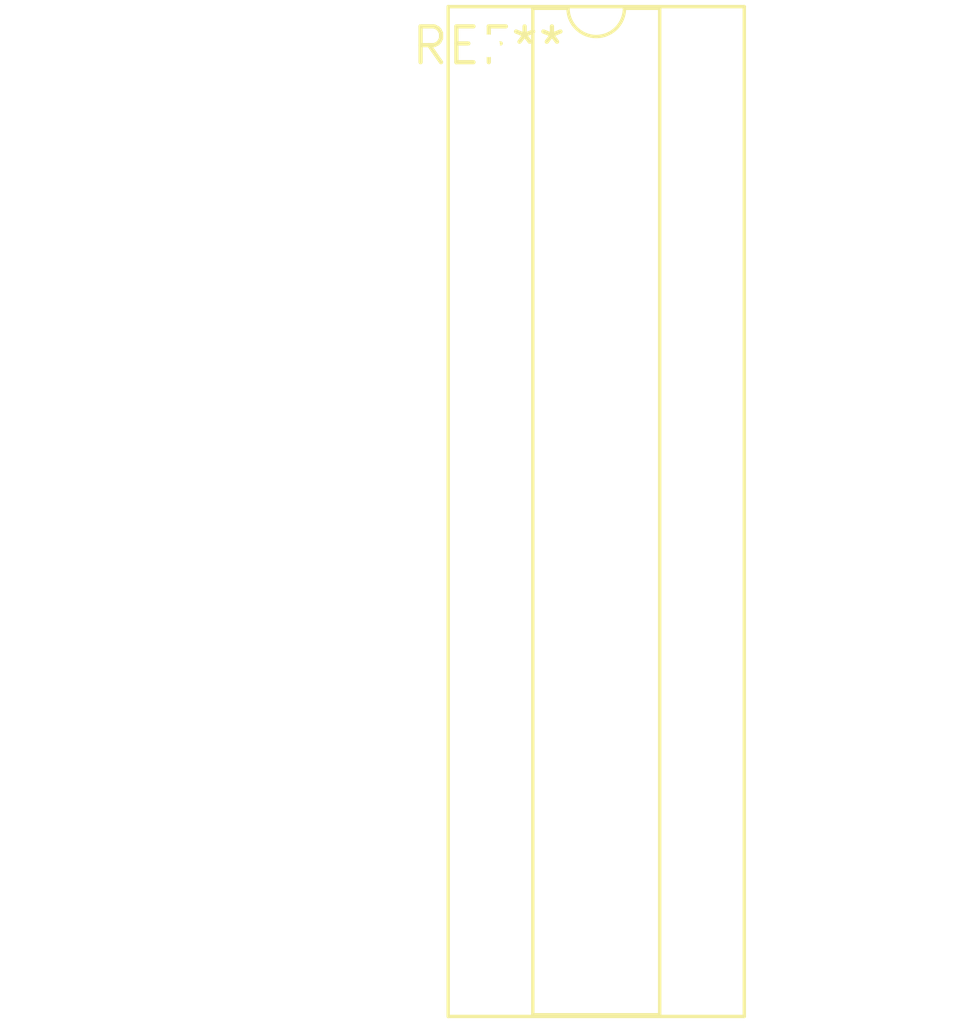
<source format=kicad_pcb>
(kicad_pcb (version 20240108) (generator pcbnew)
  (layers (0 "F.Cu" signal) (31 "B.Cu" signal) (34 "B.Paste" user) (35 "F.Paste" user) (36 "B.SilkS" user "B.Silkscreen") (37 "F.SilkS" user "F.Silkscreen") (38 "B.Mask" user) (39 "F.Mask" user) (44 "Edge.Cuts" user))
  (net 0 "")
  (footprint "DIP-28_W7.62mm_Socket_LongPads" (layer "F.Cu") (at 0 0)
    (property "Reference" "REF**")
    (property "Value" "DIP-28_W7.62mm_Socket_LongPads")
    (fp_line (start -1.44 -1.39) (end -1.44 34.41) (layer "F.SilkS") (stroke (width 0.12)))
    (fp_line (start -1.44 34.41) (end 9.06 34.41) (layer "F.SilkS") (stroke (width 0.12)))
    (fp_line (start 1.56 -1.33) (end 1.56 34.35) (layer "F.SilkS") (stroke (width 0.12)))
    (fp_line (start 1.56 34.35) (end 6.06 34.35) (layer "F.SilkS") (stroke (width 0.12)))
    (fp_line (start 2.81 -1.33) (end 1.56 -1.33) (layer "F.SilkS") (stroke (width 0.12)))
    (fp_line (start 6.06 -1.33) (end 4.81 -1.33) (layer "F.SilkS") (stroke (width 0.12)))
    (fp_line (start 6.06 34.35) (end 6.06 -1.33) (layer "F.SilkS") (stroke (width 0.12)))
    (fp_line (start 9.06 -1.39) (end -1.44 -1.39) (layer "F.SilkS") (stroke (width 0.12)))
    (fp_line (start 9.06 34.41) (end 9.06 -1.39) (layer "F.SilkS") (stroke (width 0.12)))
    (fp_arc (start 4.81 -1.33) (mid 3.81 -0.33) (end 2.81 -1.33) (layer "F.SilkS") (stroke (width 0.12)))
    (pad "1" thru_hole rect (at 0 0) (size 2.4 1.6) (drill 0.8) (layers *.Cu *.Mask) (remove_unused_layers))
    (pad "2" thru_hole oval (at 0 2.54) (size 2.4 1.6) (drill 0.8) (layers *.Cu *.Mask) (remove_unused_layers))
    (pad "3" thru_hole oval (at 0 5.08) (size 2.4 1.6) (drill 0.8) (layers *.Cu *.Mask) (remove_unused_layers))
    (pad "4" thru_hole oval (at 0 7.62) (size 2.4 1.6) (drill 0.8) (layers *.Cu *.Mask) (remove_unused_layers))
    (pad "5" thru_hole oval (at 0 10.16) (size 2.4 1.6) (drill 0.8) (layers *.Cu *.Mask) (remove_unused_layers))
    (pad "6" thru_hole oval (at 0 12.7) (size 2.4 1.6) (drill 0.8) (layers *.Cu *.Mask) (remove_unused_layers))
    (pad "7" thru_hole oval (at 0 15.24) (size 2.4 1.6) (drill 0.8) (layers *.Cu *.Mask) (remove_unused_layers))
    (pad "8" thru_hole oval (at 0 17.78) (size 2.4 1.6) (drill 0.8) (layers *.Cu *.Mask) (remove_unused_layers))
    (pad "9" thru_hole oval (at 0 20.32) (size 2.4 1.6) (drill 0.8) (layers *.Cu *.Mask) (remove_unused_layers))
    (pad "10" thru_hole oval (at 0 22.86) (size 2.4 1.6) (drill 0.8) (layers *.Cu *.Mask) (remove_unused_layers))
    (pad "11" thru_hole oval (at 0 25.4) (size 2.4 1.6) (drill 0.8) (layers *.Cu *.Mask) (remove_unused_layers))
    (pad "12" thru_hole oval (at 0 27.94) (size 2.4 1.6) (drill 0.8) (layers *.Cu *.Mask) (remove_unused_layers))
    (pad "13" thru_hole oval (at 0 30.48) (size 2.4 1.6) (drill 0.8) (layers *.Cu *.Mask) (remove_unused_layers))
    (pad "14" thru_hole oval (at 0 33.02) (size 2.4 1.6) (drill 0.8) (layers *.Cu *.Mask) (remove_unused_layers))
    (pad "15" thru_hole oval (at 7.62 33.02) (size 2.4 1.6) (drill 0.8) (layers *.Cu *.Mask) (remove_unused_layers))
    (pad "16" thru_hole oval (at 7.62 30.48) (size 2.4 1.6) (drill 0.8) (layers *.Cu *.Mask) (remove_unused_layers))
    (pad "17" thru_hole oval (at 7.62 27.94) (size 2.4 1.6) (drill 0.8) (layers *.Cu *.Mask) (remove_unused_layers))
    (pad "18" thru_hole oval (at 7.62 25.4) (size 2.4 1.6) (drill 0.8) (layers *.Cu *.Mask) (remove_unused_layers))
    (pad "19" thru_hole oval (at 7.62 22.86) (size 2.4 1.6) (drill 0.8) (layers *.Cu *.Mask) (remove_unused_layers))
    (pad "20" thru_hole oval (at 7.62 20.32) (size 2.4 1.6) (drill 0.8) (layers *.Cu *.Mask) (remove_unused_layers))
    (pad "21" thru_hole oval (at 7.62 17.78) (size 2.4 1.6) (drill 0.8) (layers *.Cu *.Mask) (remove_unused_layers))
    (pad "22" thru_hole oval (at 7.62 15.24) (size 2.4 1.6) (drill 0.8) (layers *.Cu *.Mask) (remove_unused_layers))
    (pad "23" thru_hole oval (at 7.62 12.7) (size 2.4 1.6) (drill 0.8) (layers *.Cu *.Mask) (remove_unused_layers))
    (pad "24" thru_hole oval (at 7.62 10.16) (size 2.4 1.6) (drill 0.8) (layers *.Cu *.Mask) (remove_unused_layers))
    (pad "25" thru_hole oval (at 7.62 7.62) (size 2.4 1.6) (drill 0.8) (layers *.Cu *.Mask) (remove_unused_layers))
    (pad "26" thru_hole oval (at 7.62 5.08) (size 2.4 1.6) (drill 0.8) (layers *.Cu *.Mask) (remove_unused_layers))
    (pad "27" thru_hole oval (at 7.62 2.54) (size 2.4 1.6) (drill 0.8) (layers *.Cu *.Mask) (remove_unused_layers))
    (pad "28" thru_hole oval (at 7.62 0) (size 2.4 1.6) (drill 0.8) (layers *.Cu *.Mask) (remove_unused_layers))
  )
)
</source>
